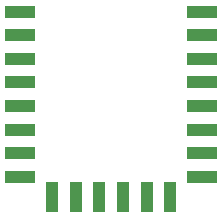
<source format=gbr>
G04 #@! TF.GenerationSoftware,KiCad,Pcbnew,(5.1.2)-2*
G04 #@! TF.CreationDate,2019-09-14T22:41:30+02:00*
G04 #@! TF.ProjectId,PlantWatering,506c616e-7457-4617-9465-72696e672e6b,rev?*
G04 #@! TF.SameCoordinates,Original*
G04 #@! TF.FileFunction,Paste,Bot*
G04 #@! TF.FilePolarity,Positive*
%FSLAX46Y46*%
G04 Gerber Fmt 4.6, Leading zero omitted, Abs format (unit mm)*
G04 Created by KiCad (PCBNEW (5.1.2)-2) date 2019-09-14 22:41:30*
%MOMM*%
%LPD*%
G04 APERTURE LIST*
%ADD10R,1.100000X2.500000*%
%ADD11R,2.500000X1.100000*%
G04 APERTURE END LIST*
D10*
X104215000Y-70691000D03*
X106215000Y-70691000D03*
X108215000Y-70691000D03*
X110215000Y-70691000D03*
X112215000Y-70691000D03*
X114215000Y-70691000D03*
D11*
X101505000Y-54991000D03*
X101505000Y-56991000D03*
X101505000Y-58991000D03*
X101505000Y-60991000D03*
X101505000Y-62991000D03*
X101505000Y-64991000D03*
X101505000Y-66991000D03*
X101505000Y-68991000D03*
X116905000Y-68991000D03*
X116905000Y-66991000D03*
X116905000Y-64991000D03*
X116905000Y-62991000D03*
X116905000Y-60991000D03*
X116905000Y-58991000D03*
X116905000Y-56991000D03*
X116905000Y-54991000D03*
M02*

</source>
